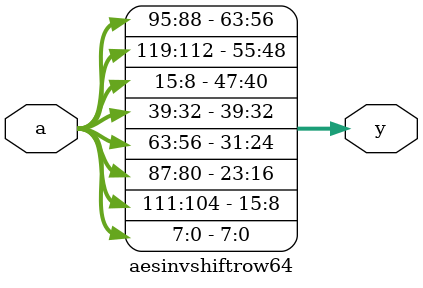
<source format=sv>

module aesinvshiftrow64(
   input  logic [127:0] a, 
   output logic [63:0] y
);

   assign y = {a[95:88],   a[119:112], a[15:8],    a[39:32],
               a[63:56],   a[87:80],   a[111:104], a[7:0]};
endmodule

</source>
